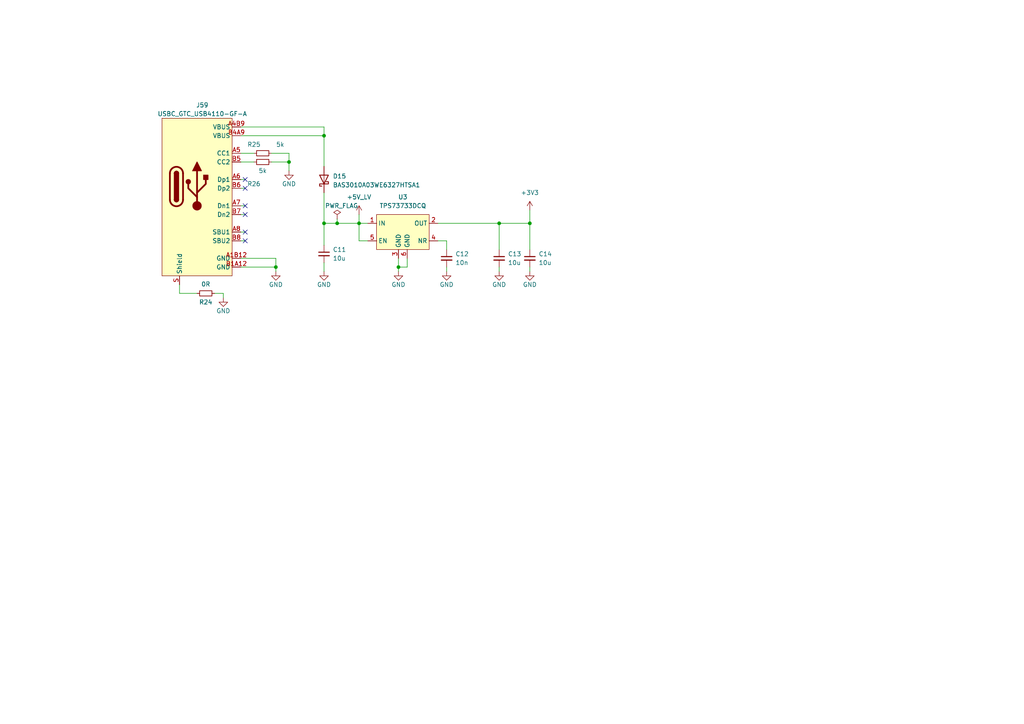
<source format=kicad_sch>
(kicad_sch (version 20211123) (generator eeschema)
  (paper "A4")
  (title_block (title "LCB-CBD-001: Dock") (date "2022-08-12") (rev "0.1") (company "PADERBORN UNIVERSITY DEPARTMENT OF POWER ELECTRONICS AND ELECTRICAL DRIVES"))
  (lib_symbols
    (symbol "LEA_SymbolLibrary:+3V3" (power) (pin_numbers hide) (pin_names (offset 0))
      (property "Value" "+3V3" (at 0 3.81 0))
      (symbol "+3V3_1_1"
        (polyline (pts (xy -0.762 1.27) (xy 0 2.54)))
        (polyline (pts (xy 0 0) (xy 0 2.54)))
        (polyline (pts (xy 0 2.54) (xy 0.762 1.27)))
        (pin power_in line (at 0 0 90) (length 0) hide (name "+3V3") (number "1"))
      )
    )
    (symbol "LEA_SymbolLibrary:+5V_LV" (power) (pin_numbers hide) (pin_names (offset 0))
      (property "Value" "+5V_LV" (at 0 5.08 0))
      (symbol "+5V_LV_1_1"
        (polyline (pts (xy -0.762 1.27) (xy 0 2.54)))
        (polyline (pts (xy 0 0) (xy 0 2.54)))
        (polyline (pts (xy 0 2.54) (xy 0.762 1.27)))
        (pin power_in line (at 0 0 90) (length 0) hide (name "+5V_LV") (number "1"))
      )
    )
    (symbol "LEA_SymbolLibrary:BAS3010A03WE6327HTSA1" (pin_numbers hide) (pin_names (offset 1.016) hide)
      (property "Reference" "D" (at 0 2.54 0))
      (property "Value" "BAS3010A03WE6327HTSA1" (at 0 5.08 0))
      (symbol "BAS3010A03WE6327HTSA1_1_1"
        (polyline (pts (xy 1.27 0) (xy -1.27 0)))
        (polyline (pts (xy 1.27 1.27) (xy 1.27 -1.27) (xy -1.27 0) (xy 1.27 1.27)) (stroke (width 0.254)))
        (polyline (pts (xy -1.905 0.635) (xy -1.905 1.27) (xy -1.27 1.27) (xy -1.27 -1.27) (xy -0.635 -1.27) (xy -0.635 -0.635)) (stroke (width 0.254)))
        (pin power_in line (at 3.81 0 180) (length 2.54) (name "A") (number "A"))
        (pin passive line (at -3.81 0 0) (length 2.54) (name "C") (number "C"))
      )
    )
    (symbol "LEA_SymbolLibrary:C_0603" (pin_numbers hide) (pin_names (offset 0.254) hide)
      (property "Reference" "C" (at 0.254 1.778 0))
      (property "Value" "C_0603" (at 0.254 -2.032 0))
      (symbol "C_0603_0_1"
        (polyline (pts (xy -1.524 -0.508) (xy 1.524 -0.508)) (stroke (width 0.3302)))
        (polyline (pts (xy -1.524 0.508) (xy 1.524 0.508)) (stroke (width 0.3048)))
      )
      (symbol "C_0603_1_1"
        (pin passive line (at 0 2.54 270) (length 2.032) (name "1") (number "1"))
        (pin passive line (at 0 -2.54 90) (length 2.032) (name "2") (number "2"))
      )
    )
    (symbol "LEA_SymbolLibrary:GND" (power) (pin_numbers hide) (pin_names (offset 0))
      (property "Value" "GND" (at 0 -5.08 0))
      (symbol "GND_1_1"
        (polyline (pts (xy 0 0) (xy 0 -1.27) (xy 1.27 -1.27) (xy 0 -2.54) (xy -1.27 -1.27) (xy 0 -1.27)))
        (pin power_in line (at 0 0 90) (length 0) hide (name "GND") (number "1"))
      )
    )
    (symbol "LEA_SymbolLibrary:R_0402" (pin_numbers hide) (pin_names (offset 0.254) hide)
      (property "Reference" "R" (at 1.27 1.27 0))
      (property "Value" "R_0402" (at 1.27 -1.27 0))
      (symbol "R_0402_0_1"
        (rectangle (start -0.762 1.778) (end 0.762 -1.778) (stroke (width 0.2032)))
      )
      (symbol "R_0402_1_1"
        (pin passive line (at 0 2.54 270) (length 0.762) (name "~") (number "1"))
        (pin passive line (at 0 -2.54 90) (length 0.762) (name "~") (number "2"))
      )
    )
    (symbol "LEA_SymbolLibrary:R_0603" (pin_numbers hide) (pin_names (offset 0.254) hide)
      (property "Reference" "R" (at 0.762 0.508 0))
      (property "Value" "R_0603" (at 0.762 -1.016 0))
      (symbol "R_0603_0_1"
        (rectangle (start -0.762 1.778) (end 0.762 -1.778) (stroke (width 0.2032)))
      )
      (symbol "R_0603_1_1"
        (pin passive line (at 0 2.54 270) (length 0.762) (name "~") (number "1"))
        (pin passive line (at 0 -2.54 90) (length 0.762) (name "~") (number "2"))
      )
    )
    (symbol "LEA_SymbolLibrary:TPS73733DCQ"
      (property "Reference" "U?" (at -5.08 6.35 0))
      (property "Value" "TPS73733DCQ" (at 0 8.89 0))
      (symbol "TPS73733DCQ_0_0"
        (rectangle (start -7.62 5.08) (end 7.62 -5.08) (fill (type background)))
      )
      (symbol "TPS73733DCQ_1_1"
        (pin power_in line (at -10.16 2.54 0) (length 2.54) (name "IN") (number "1"))
        (pin power_out line (at 10.16 2.54 180) (length 2.54) (name "OUT") (number "2"))
        (pin power_in line (at -1.27 -7.62 90) (length 2.54) (name "GND") (number "3"))
        (pin output line (at 10.16 -2.54 180) (length 2.54) (name "NR") (number "4"))
        (pin input line (at -10.16 -2.54 0) (length 2.54) (name "EN") (number "5"))
        (pin power_in line (at 1.27 -7.62 90) (length 2.54) (name "GND") (number "6"))
      )
    )
    (symbol "LEA_SymbolLibrary:USBC_GTC_USB4110-GF-A"
      (property "Reference" "J" (at -1.524 24.638 0))
      (property "Value" "USBC_GTC_USB4110-GF-A" (at -11.684 5.588 90))
      (symbol "USBC_GTC_USB4110-GF-A_0_1"
        (rectangle (start 10.16 -22.86) (end -10.16 22.86) (fill (type background)))
      )
      (symbol "USBC_GTC_USB4110-GF-A_1_1"
        (arc (start -7.874 -0.762) (mid -5.969 -2.667) (end -4.064 -0.762) (stroke (width 0.508)))
        (arc (start -6.604 -0.762) (mid -5.969 -1.397) (end -5.334 -0.762) (stroke (width 0.254)))
        (arc (start -6.604 -0.762) (mid -5.969 -1.397) (end -5.334 -0.762) (stroke (width 0.254)) (fill (type outline)))
        (rectangle (start -6.604 -0.762) (end -5.334 6.858) (stroke (width 0.254)) (fill (type outline)))
        (arc (start -5.334 6.858) (mid -5.969 7.493) (end -6.604 6.858) (stroke (width 0.254)))
        (arc (start -5.334 6.858) (mid -5.969 7.493) (end -6.604 6.858) (stroke (width 0.254)) (fill (type outline)))
        (arc (start -4.064 6.858) (mid -5.969 8.763) (end -7.874 6.858) (stroke (width 0.508)))
        (circle (center -2.54 4.445) (radius 0.635) (stroke (width 0.254)) (fill (type outline)))
        (circle (center 0 -2.54) (radius 1.27) (fill (type outline)))
        (polyline (pts (xy -7.874 -0.762) (xy -7.874 6.858)) (stroke (width 0.508)))
        (polyline (pts (xy -4.064 6.858) (xy -4.064 -0.762)) (stroke (width 0.508)))
        (polyline (pts (xy 0 -2.54) (xy 0 7.62)) (stroke (width 0.508)))
        (polyline (pts (xy 0 0) (xy -2.54 2.54) (xy -2.54 3.81)) (stroke (width 0.508)))
        (polyline (pts (xy 0 1.27) (xy 2.54 3.81) (xy 2.54 5.08)) (stroke (width 0.508)))
        (polyline (pts (xy -1.27 7.62) (xy 0 10.16) (xy 1.27 7.62) (xy -1.27 7.62)) (stroke (width 0.254)) (fill (type outline)))
        (rectangle (start 1.905 5.08) (end 3.175 6.35) (stroke (width 0.254)) (fill (type outline)))
        (pin passive line (at 12.7 -17.78 180) (length 2.54) (name "GND") (number "A1B12"))
        (pin passive line (at 12.7 20.32 180) (length 2.54) (name "VBUS") (number "A4B9"))
        (pin passive line (at 12.7 12.7 180) (length 2.54) (name "CC1") (number "A5"))
        (pin bidirectional line (at 12.7 5.08 180) (length 2.54) (name "Dp1") (number "A6"))
        (pin bidirectional line (at 12.7 -2.54 180) (length 2.54) (name "Dn1") (number "A7"))
        (pin bidirectional line (at 12.7 -10.16 180) (length 2.54) (name "SBU1") (number "A8"))
        (pin power_out line (at 12.7 -20.32 180) (length 2.54) (name "GND") (number "B1A12"))
        (pin power_out line (at 12.7 17.78 180) (length 2.54) (name "VBUS") (number "B4A9"))
        (pin passive line (at 12.7 10.16 180) (length 2.54) (name "CC2") (number "B5"))
        (pin bidirectional line (at 12.7 2.54 180) (length 2.54) (name "Dp2") (number "B6"))
        (pin bidirectional line (at 12.7 -5.08 180) (length 2.54) (name "Dn2") (number "B7"))
        (pin bidirectional line (at 12.7 -12.7 180) (length 2.54) (name "SBU2") (number "B8"))
        (pin passive line (at -5.08 -25.4 90) (length 2.54) (name "Shield") (number "S"))
      )
    )
    (symbol "power:PWR_FLAG" (power) (pin_numbers hide) (pin_names (offset 0) hide)
      (property "Value" "PWR_FLAG" (at 0 3.81 0))
      (symbol "PWR_FLAG_0_0"
        (pin power_out line (at 0 0 90) (length 0) (name "pwr") (number "1"))
      )
      (symbol "PWR_FLAG_0_1"
        (polyline (pts (xy 0 0) (xy 0 1.27) (xy -1.016 1.905) (xy 0 2.54) (xy 1.016 1.905) (xy 0 1.27)))
      )
    )
  )
  (junction (at 115.57 77.47))
  (junction (at 153.67 64.77))
  (junction (at 93.98 39.37))
  (junction (at 97.79 64.77))
  (junction (at 104.14 64.77))
  (junction (at 93.98 64.77))
  (junction (at 144.78 64.77))
  (junction (at 80.01 77.47))
  (junction (at 83.82 46.99))
  (no_connect (at 71.12 69.85))
  (no_connect (at 71.12 67.31))
  (no_connect (at 71.12 62.23))
  (no_connect (at 71.12 52.07))
  (no_connect (at 71.12 54.61))
  (no_connect (at 71.12 59.69))
  (wire (pts (xy 57.15 85.09) (xy 52.07 85.09)))
  (wire (pts (xy 93.98 36.83) (xy 93.98 39.37)))
  (wire (pts (xy 83.82 46.99) (xy 83.82 44.45)))
  (wire (pts (xy 93.98 71.12) (xy 93.98 64.77)))
  (wire (pts (xy 104.14 69.85) (xy 104.14 64.77)))
  (wire (pts (xy 64.77 86.36) (xy 64.77 85.09)))
  (wire (pts (xy 129.54 69.85) (xy 129.54 72.39)))
  (wire (pts (xy 93.98 64.77) (xy 97.79 64.77)))
  (wire (pts (xy 69.85 54.61) (xy 71.12 54.61)))
  (wire (pts (xy 144.78 77.47) (xy 144.78 78.74)))
  (wire (pts (xy 127 64.77) (xy 144.78 64.77)))
  (wire (pts (xy 106.68 69.85) (xy 104.14 69.85)))
  (wire (pts (xy 64.77 85.09) (xy 62.23 85.09)))
  (wire (pts (xy 97.79 64.77) (xy 104.14 64.77)))
  (wire (pts (xy 69.85 74.93) (xy 80.01 74.93)))
  (wire (pts (xy 129.54 77.47) (xy 129.54 78.74)))
  (wire (pts (xy 97.79 63.5) (xy 97.79 64.77)))
  (wire (pts (xy 153.67 64.77) (xy 153.67 72.39)))
  (wire (pts (xy 153.67 64.77) (xy 153.67 60.96)))
  (wire (pts (xy 80.01 77.47) (xy 80.01 78.74)))
  (wire (pts (xy 93.98 76.2) (xy 93.98 78.74)))
  (wire (pts (xy 69.85 39.37) (xy 93.98 39.37)))
  (wire (pts (xy 115.57 74.93) (xy 115.57 77.47)))
  (wire (pts (xy 80.01 74.93) (xy 80.01 77.47)))
  (wire (pts (xy 69.85 59.69) (xy 71.12 59.69)))
  (wire (pts (xy 69.85 67.31) (xy 71.12 67.31)))
  (wire (pts (xy 69.85 36.83) (xy 93.98 36.83)))
  (wire (pts (xy 153.67 77.47) (xy 153.67 78.74)))
  (wire (pts (xy 93.98 55.88) (xy 93.98 64.77)))
  (wire (pts (xy 69.85 44.45) (xy 73.66 44.45)))
  (wire (pts (xy 69.85 69.85) (xy 71.12 69.85)))
  (wire (pts (xy 69.85 52.07) (xy 71.12 52.07)))
  (wire (pts (xy 83.82 44.45) (xy 78.74 44.45)))
  (wire (pts (xy 144.78 64.77) (xy 144.78 72.39)))
  (wire (pts (xy 69.85 62.23) (xy 71.12 62.23)))
  (wire (pts (xy 127 69.85) (xy 129.54 69.85)))
  (wire (pts (xy 69.85 46.99) (xy 73.66 46.99)))
  (wire (pts (xy 93.98 39.37) (xy 93.98 48.26)))
  (wire (pts (xy 104.14 62.23) (xy 104.14 64.77)))
  (wire (pts (xy 78.74 46.99) (xy 83.82 46.99)))
  (wire (pts (xy 83.82 49.53) (xy 83.82 46.99)))
  (wire (pts (xy 118.11 77.47) (xy 118.11 74.93)))
  (wire (pts (xy 69.85 77.47) (xy 80.01 77.47)))
  (wire (pts (xy 115.57 77.47) (xy 115.57 78.74)))
  (wire (pts (xy 52.07 85.09) (xy 52.07 82.55)))
  (wire (pts (xy 104.14 64.77) (xy 106.68 64.77)))
  (wire (pts (xy 115.57 77.47) (xy 118.11 77.47)))
  (wire (pts (xy 144.78 64.77) (xy 153.67 64.77)))
  (symbol (lib_id "LEA_SymbolLibrary:R_0402") (at 59.69 85.09 270) (unit 1)
    (property "Reference" "R24" (at 59.69 87.63 90))
    (property "Value" "0R" (at 59.69 82.423 90))
    (property "Footprint" "LEA_FootprintLibrary:R_0402" (effects hide))
  )
  (symbol (lib_id "LEA_SymbolLibrary:GND") (at 64.77 86.36 0) (unit 1)
    (property "Reference" "#PWR058" (effects hide))
    (property "Value" "GND" (at 64.77 90.17 0))
  )
  (symbol (lib_id "LEA_SymbolLibrary:GND") (at 115.57 78.74 0) (unit 1)
    (property "Reference" "#PWR062" (effects hide))
    (property "Value" "GND" (at 115.57 82.55 0))
  )
  (symbol (lib_id "LEA_SymbolLibrary:C_0603") (at 153.67 74.93 0) (unit 1)
    (property "Reference" "C14" (at 156.21 73.6662 0) (effects (justify left)))
    (property "Value" "10u" (at 156.21 76.2062 0) (effects (justify left)))
    (property "Footprint" "LEA_FootprintLibrary:C_0603" (effects hide))
  )
  (symbol (lib_id "LEA_SymbolLibrary:GND") (at 153.67 78.74 0) (unit 1)
    (property "Reference" "#PWR067" (effects hide))
    (property "Value" "GND" (at 153.67 82.55 0))
  )
  (symbol (lib_id "LEA_SymbolLibrary:R_0603") (at 76.2 46.99 90) (unit 1)
    (property "Reference" "R26" (at 73.66 53.34 90))
    (property "Value" "5k" (at 76.2 49.53 90))
    (property "Footprint" "LEA_FootprintLibrary:R_0603" (effects hide))
  )
  (symbol (lib_id "LEA_SymbolLibrary:USBC_GTC_USB4110-GF-A") (at 57.15 57.15 0) (unit 1)
    (property "Reference" "J59" (at 58.674 30.48 0))
    (property "Value" "USBC_GTC_USB4110-GF-A" (at 58.674 33.02 0))
    (property "Footprint" "LEA_FootprintLibrary:USB_C_GCT_USB4110-GF-A" (effects hide))
    (property "Datasheet" "https://www.mouser.de/datasheet/2/837/USB4110-2888203.pdf" (effects hide))
    (property "Manufacturer" "GTC" (effects hide))
    (property "Mouser No" "640-USB4110-GF-A" (effects hide))
    (property "Mfr. No" "USB4110-GF-A" (effects hide))
  )
  (symbol (lib_id "LEA_SymbolLibrary:C_0603") (at 93.98 73.66 0) (unit 1)
    (property "Reference" "C11" (at 96.52 72.3962 0) (effects (justify left)))
    (property "Value" "10u" (at 96.52 74.9362 0) (effects (justify left)))
    (property "Footprint" "LEA_FootprintLibrary:C_0603" (effects hide))
  )
  (symbol (lib_id "LEA_SymbolLibrary:GND") (at 129.54 78.74 0) (unit 1)
    (property "Reference" "#PWR063" (effects hide))
    (property "Value" "GND" (at 129.54 82.55 0))
  )
  (symbol (lib_id "LEA_SymbolLibrary:GND") (at 93.98 78.74 0) (unit 1)
    (property "Reference" "#PWR061" (effects hide))
    (property "Value" "GND" (at 93.98 82.55 0))
  )
  (symbol (lib_id "power:PWR_FLAG") (at 97.79 63.5 0) (unit 1)
    (property "Reference" "#FLG0101" (effects hide))
    (property "Value" "PWR_FLAG" (at 99.06 59.69 0))
  )
  (symbol (lib_id "LEA_SymbolLibrary:R_0603") (at 76.2 44.45 90) (unit 1)
    (property "Reference" "R25" (at 73.66 41.91 90))
    (property "Value" "5k" (at 81.28 41.91 90))
    (property "Footprint" "LEA_FootprintLibrary:R_0603" (effects hide))
  )
  (symbol (lib_id "LEA_SymbolLibrary:C_0603") (at 129.54 74.93 0) (unit 1)
    (property "Reference" "C12" (at 132.08 73.6662 0) (effects (justify left)))
    (property "Value" "10n" (at 132.08 76.2062 0) (effects (justify left)))
    (property "Footprint" "LEA_FootprintLibrary:C_0603" (effects hide))
  )
  (symbol (lib_id "LEA_SymbolLibrary:GND") (at 144.78 78.74 0) (unit 1)
    (property "Reference" "#PWR065" (effects hide))
    (property "Value" "GND" (at 144.78 82.55 0))
  )
  (symbol (lib_id "LEA_SymbolLibrary:+5V_LV") (at 104.14 62.23 0) (unit 1)
    (property "Reference" "#PWR064" (effects hide))
    (property "Value" "+5V_LV" (at 104.14 57.15 0))
  )
  (symbol (lib_id "LEA_SymbolLibrary:TPS73733DCQ") (at 116.84 67.31 0) (unit 1)
    (property "Reference" "U3" (at 116.84 57.15 0))
    (property "Value" "TPS73733DCQ" (at 116.84 59.69 0))
    (property "Footprint" "LEA_FootprintLibrary:SOT-223-6_TI" (effects hide))
    (property "Datasheet" "https://www.ti.com/lit/ds/symlink/tps737.pdf" (effects hide))
    (property "Manufacturer" "TI" (effects hide))
    (property "Mouser No." "595-TPS73733DCQG4" (effects hide))
  )
  (symbol (lib_id "LEA_SymbolLibrary:GND") (at 83.82 49.53 0) (unit 1)
    (property "Reference" "#PWR060" (effects hide))
    (property "Value" "GND" (at 83.82 53.34 0))
  )
  (symbol (lib_id "LEA_SymbolLibrary:GND") (at 80.01 78.74 0) (unit 1)
    (property "Reference" "#PWR059" (effects hide))
    (property "Value" "GND" (at 80.01 82.55 0))
  )
  (symbol (lib_id "LEA_SymbolLibrary:+3V3") (at 153.67 60.96 0) (unit 1)
    (property "Reference" "#PWR066" (effects hide))
    (property "Value" "+3V3" (at 153.67 55.88 0))
  )
  (symbol (lib_id "LEA_SymbolLibrary:C_0603") (at 144.78 74.93 0) (unit 1)
    (property "Reference" "C13" (at 147.32 73.6662 0) (effects (justify left)))
    (property "Value" "10u" (at 147.32 76.2062 0) (effects (justify left)))
    (property "Footprint" "LEA_FootprintLibrary:C_0603" (effects hide))
  )
  (symbol (lib_id "LEA_SymbolLibrary:BAS3010A03WE6327HTSA1") (at 93.98 52.07 90) (unit 1)
    (property "Reference" "D15" (at 96.52 51.1174 90) (effects (justify right)))
    (property "Value" "BAS3010A03WE6327HTSA1" (at 96.52 53.6574 90) (effects (justify right)))
    (property "Footprint" "LEA_FootprintLibrary:SOD-323_Infineon" (effects hide))
    (property "Datasheet" "https://www.mouser.de/datasheet/2/196/Infineon-BAS3010ASERIES-DS-v01_01-en-1226012.pdf" (effects hide))
    (property "Manufacturer" "Infineon" (effects hide))
    (property "Mouser No" "726-BAS3010A-03WE6" (effects hide))
    (property "Mfr. No" "BAS3010A03WE6327HTSA1" (effects hide))
  )
)
</source>
